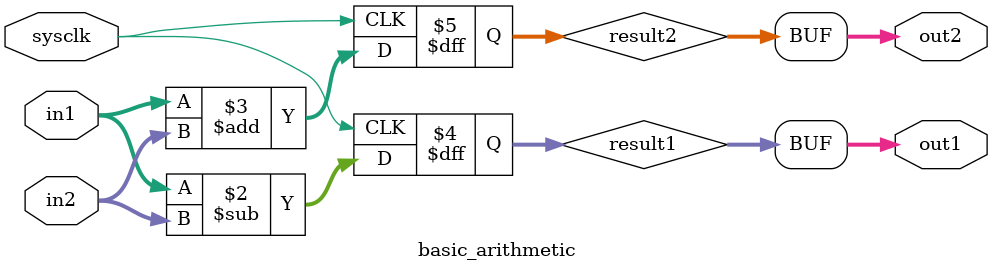
<source format=v>
`timescale 1ns / 1ps

module basic_arithmetic(
    input sysclk,
    
    input [7:0]in1,
    input [7:0]in2,
    
    output [7:0]out1,
    output [7:0]out2
);

// parameters for PID control
reg [7:0]result1;
reg [7:0]result2;

// calculate PID output
always @(negedge(sysclk)) begin
    result1 = in1 - in2;
    result2 = in1 + in2;
end

assign out1 = result1;
assign out2 = result2; 

endmodule
</source>
